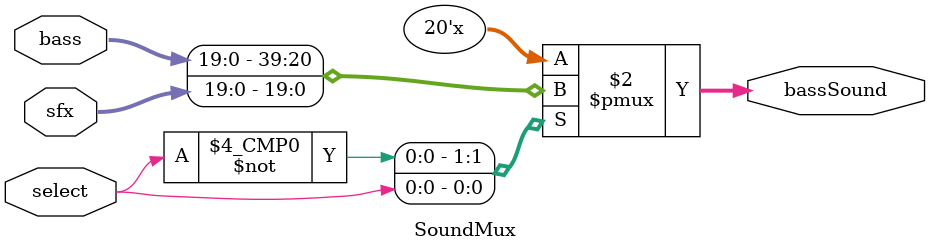
<source format=v>
`timescale 1ns / 1ps
module SoundMux#(parameter TICKBITS = 20)(
		input [TICKBITS-1:0] bass, sfx,
		input select,
		output reg [TICKBITS-1:0] bassSound
    );

//Define parameters for convenience
parameter BASS = 1'b0;
parameter SFX = 1'b1;

//Mux behavior
always@(*)
begin
	case(select)
		BASS: bassSound <= bass;		//This mux determines whether the bass line or a sound effect is output to the speaker
		SFX: bassSound <= sfx;
	endcase
end

endmodule

</source>
